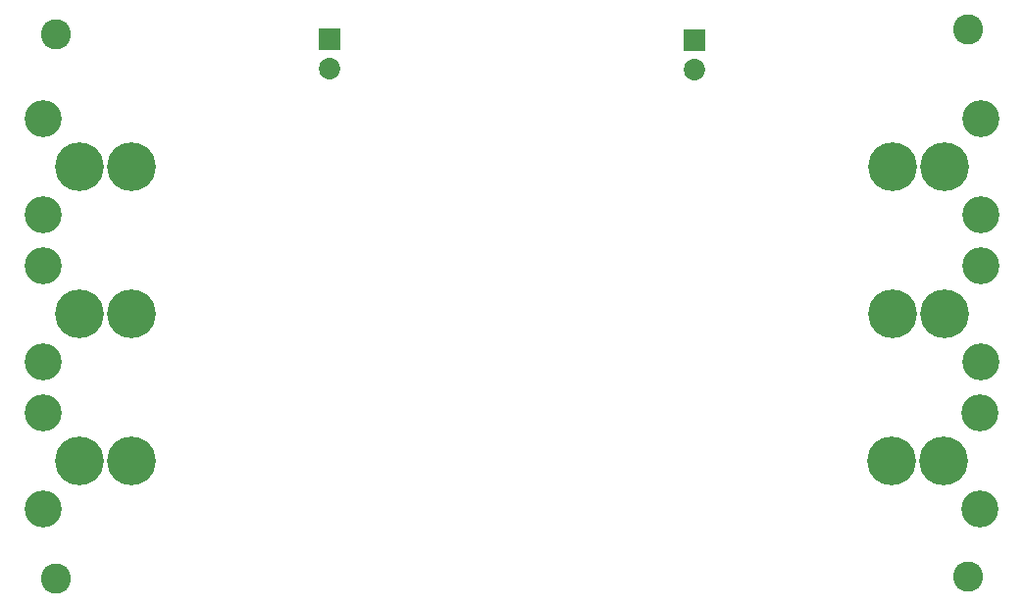
<source format=gbs>
%TF.GenerationSoftware,KiCad,Pcbnew,(5.0.0-rc2-dev-279-g5b653c0c1)*%
%TF.CreationDate,2018-07-19T10:29:47+12:00*%
%TF.ProjectId,veb,7665622E6B696361645F706362000000,0.1*%
%TF.SameCoordinates,Original*%
%TF.FileFunction,Soldermask,Bot*%
%TF.FilePolarity,Negative*%
%FSLAX46Y46*%
G04 Gerber Fmt 4.6, Leading zero omitted, Abs format (unit mm)*
G04 Created by KiCad (PCBNEW (5.0.0-rc2-dev-279-g5b653c0c1)) date 07/19/18 10:29:47*
%MOMM*%
%LPD*%
G01*
G04 APERTURE LIST*
%ADD10C,2.600000*%
%ADD11C,4.210000*%
%ADD12C,3.200000*%
%ADD13R,1.854200X1.854200*%
%ADD14C,1.854200*%
G04 APERTURE END LIST*
D10*
X187960000Y-128143000D03*
X109220000Y-128270000D03*
D11*
X115752000Y-92710000D03*
X111252000Y-92710000D03*
D12*
X108102000Y-96885000D03*
X108102000Y-88535000D03*
D11*
X115752000Y-105410000D03*
X111252000Y-105410000D03*
D12*
X108102000Y-109585000D03*
X108102000Y-101235000D03*
D11*
X115752000Y-118110000D03*
X111252000Y-118110000D03*
D12*
X108102000Y-122285000D03*
X108102000Y-113935000D03*
D11*
X181428000Y-92710000D03*
X185928000Y-92710000D03*
D12*
X189078000Y-88535000D03*
X189078000Y-96885000D03*
D11*
X181428000Y-105410000D03*
X185928000Y-105410000D03*
D12*
X189078000Y-101235000D03*
X189078000Y-109585000D03*
D11*
X181326000Y-118110000D03*
X185826000Y-118110000D03*
D12*
X188976000Y-113935000D03*
X188976000Y-122285000D03*
D10*
X187960000Y-80899000D03*
D13*
X132870475Y-81741725D03*
D14*
X132870475Y-84281725D03*
D13*
X164338000Y-81788000D03*
D14*
X164338000Y-84328000D03*
D10*
X109220000Y-81280000D03*
M02*

</source>
